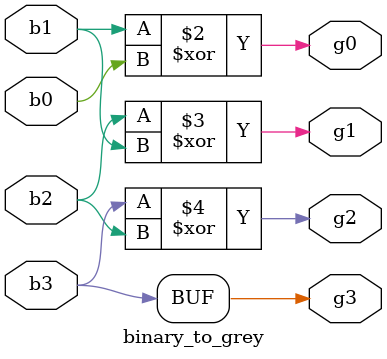
<source format=v>
module binary_to_grey(b3,b2,b1,b0,g3,g2,g1,g0);
    input b3,b2,b1,b0;
    output g3,g2,g1,g0;
    reg g3,g2,g1,g0;
    always @(b3,b2,b1,b0)
    begin
    g0=b1^b0;
    g1=b2^b1;
    g2=b3^b2;
    g3=b3;
    end
    


endmodule

</source>
